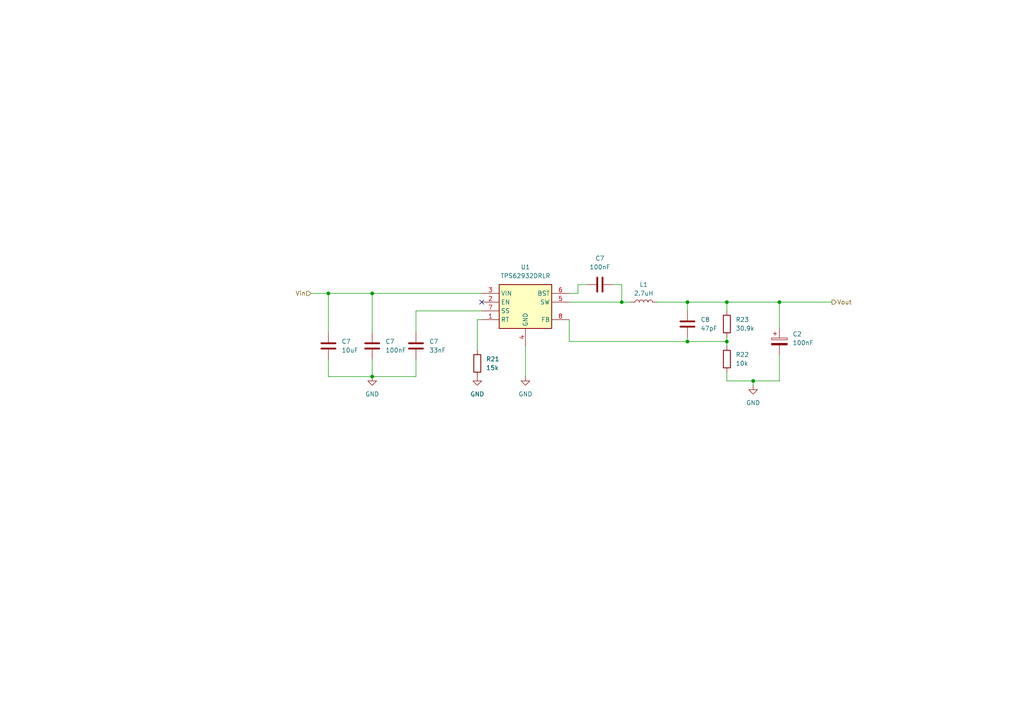
<source format=kicad_sch>
(kicad_sch (version 20230121) (generator eeschema)
  (paper "A4")
  (lib_symbols
    (symbol "Device:C" (pin_numbers hide) (pin_names (offset 0.254))
      (property "Reference" "C" (at 0.635 2.54 0))
      (property "Value" "C" (at 0.635 -2.54 0))
      (symbol "C_0_1"
        (polyline (pts (xy -2.032 -0.762) (xy 2.032 -0.762)) (stroke (width 0.508)))
        (polyline (pts (xy -2.032 0.762) (xy 2.032 0.762)) (stroke (width 0.508)))
      )
      (symbol "C_1_1"
        (pin passive line (at 0 3.81 270) (length 2.794) (name "~") (number "1"))
        (pin passive line (at 0 -3.81 90) (length 2.794) (name "~") (number "2"))
      )
    )
    (symbol "Device:C_Polarized" (pin_numbers hide) (pin_names (offset 0.254))
      (property "Reference" "C" (at 0.635 2.54 0))
      (property "Value" "C_Polarized" (at 0.635 -2.54 0))
      (symbol "C_Polarized_0_1"
        (rectangle (start -2.286 0.508) (end 2.286 1.016))
        (polyline (pts (xy -1.778 2.286) (xy -0.762 2.286)))
        (polyline (pts (xy -1.27 2.794) (xy -1.27 1.778)))
        (rectangle (start 2.286 -0.508) (end -2.286 -1.016) (fill (type outline)))
      )
      (symbol "C_Polarized_1_1"
        (pin passive line (at 0 3.81 270) (length 2.794) (name "~") (number "1"))
        (pin passive line (at 0 -3.81 90) (length 2.794) (name "~") (number "2"))
      )
    )
    (symbol "Device:L" (pin_numbers hide) (pin_names (offset 1.016) hide)
      (property "Reference" "L" (at -1.27 0 90))
      (property "Value" "L" (at 1.905 0 90))
      (symbol "L_0_1"
        (arc (start 0 -2.54) (mid 0.6323 -1.905) (end 0 -1.27))
        (arc (start 0 -1.27) (mid 0.6323 -0.635) (end 0 0))
        (arc (start 0 0) (mid 0.6323 0.635) (end 0 1.27))
        (arc (start 0 1.27) (mid 0.6323 1.905) (end 0 2.54))
      )
      (symbol "L_1_1"
        (pin passive line (at 0 3.81 270) (length 1.27) (name "1") (number "1"))
        (pin passive line (at 0 -3.81 90) (length 1.27) (name "2") (number "2"))
      )
    )
    (symbol "Device:R" (pin_numbers hide) (pin_names (offset 0))
      (property "Reference" "R" (at 2.032 0 90))
      (property "Value" "R" (at 0 0 90))
      (symbol "R_0_1"
        (rectangle (start -1.016 -2.54) (end 1.016 2.54) (stroke (width 0.254)))
      )
      (symbol "R_1_1"
        (pin passive line (at 0 3.81 270) (length 1.27) (name "~") (number "1"))
        (pin passive line (at 0 -3.81 90) (length 1.27) (name "~") (number "2"))
      )
    )
    (symbol "cryoskills_sensor_kit:TPS62932DRLR"
      (property "Reference" "U" (at 5.08 7.62 0))
      (property "Value" "TPS62932DRLR" (at 5.08 5.08 0))
      (symbol "TPS62932DRLR_1_1"
        (rectangle (start 5.08 2.54) (end 20.32 -10.16) (stroke (width 0.254)) (fill (type background)))
        (pin passive line (at 0 -7.62 0) (length 5.08) (name "RT") (number "1"))
        (pin passive line (at 0 -2.54 0) (length 5.08) (name "EN") (number "2"))
        (pin passive line (at 0 0 0) (length 5.08) (name "VIN") (number "3"))
        (pin passive line (at 12.7 -15.24 90) (length 5.08) (name "GND") (number "4"))
        (pin passive line (at 25.4 -2.54 180) (length 5.08) (name "SW") (number "5"))
        (pin passive line (at 25.4 0 180) (length 5.08) (name "BST") (number "6"))
        (pin passive line (at 0 -5.08 0) (length 5.08) (name "SS") (number "7"))
        (pin passive line (at 25.4 -7.62 180) (length 5.08) (name "FB") (number "8"))
      )
    )
    (symbol "power:GND" (power) (pin_names (offset 0))
      (property "Value" "GND" (at 0 -3.81 0))
      (symbol "GND_0_1"
        (polyline (pts (xy 0 0) (xy 0 -1.27) (xy 1.27 -1.27) (xy 0 -2.54) (xy -1.27 -1.27) (xy 0 -1.27)))
      )
      (symbol "GND_1_1"
        (pin power_in line (at 0 0 270) (length 0) hide (name "GND") (number "1"))
      )
    )
  )
  (junction (at 199.39 99.06))
  (junction (at 210.82 99.06))
  (junction (at 107.95 109.22))
  (junction (at 218.44 110.49))
  (junction (at 180.34 87.63))
  (junction (at 199.39 87.63))
  (junction (at 226.06 87.63))
  (junction (at 210.82 87.63))
  (junction (at 107.95 85.09))
  (junction (at 95.25 85.09))
  (no_connect (at 139.7 87.63))
  (wire (pts (xy 170.18 82.55) (xy 167.64 82.55)))
  (wire (pts (xy 95.25 85.09) (xy 107.95 85.09)))
  (wire (pts (xy 210.82 99.06) (xy 199.39 99.06)))
  (wire (pts (xy 226.06 102.87) (xy 226.06 110.49)))
  (wire (pts (xy 152.4 109.22) (xy 152.4 100.33)))
  (wire (pts (xy 199.39 97.79) (xy 199.39 99.06)))
  (wire (pts (xy 107.95 85.09) (xy 139.7 85.09)))
  (wire (pts (xy 120.65 90.17) (xy 139.7 90.17)))
  (wire (pts (xy 210.82 87.63) (xy 210.82 90.17)))
  (wire (pts (xy 138.43 92.71) (xy 138.43 101.6)))
  (wire (pts (xy 107.95 96.52) (xy 107.95 85.09)))
  (wire (pts (xy 210.82 110.49) (xy 210.82 107.95)))
  (wire (pts (xy 210.82 97.79) (xy 210.82 99.06)))
  (wire (pts (xy 180.34 82.55) (xy 180.34 87.63)))
  (wire (pts (xy 177.8 82.55) (xy 180.34 82.55)))
  (wire (pts (xy 199.39 87.63) (xy 199.39 90.17)))
  (wire (pts (xy 120.65 90.17) (xy 120.65 96.52)))
  (wire (pts (xy 95.25 85.09) (xy 95.25 96.52)))
  (wire (pts (xy 226.06 110.49) (xy 218.44 110.49)))
  (wire (pts (xy 226.06 87.63) (xy 241.3 87.63)))
  (wire (pts (xy 226.06 95.25) (xy 226.06 87.63)))
  (wire (pts (xy 139.7 92.71) (xy 138.43 92.71)))
  (wire (pts (xy 165.1 99.06) (xy 199.39 99.06)))
  (wire (pts (xy 90.17 85.09) (xy 95.25 85.09)))
  (wire (pts (xy 167.64 85.09) (xy 165.1 85.09)))
  (wire (pts (xy 167.64 82.55) (xy 167.64 85.09)))
  (wire (pts (xy 120.65 109.22) (xy 107.95 109.22)))
  (wire (pts (xy 199.39 87.63) (xy 190.5 87.63)))
  (wire (pts (xy 107.95 109.22) (xy 95.25 109.22)))
  (wire (pts (xy 107.95 104.14) (xy 107.95 109.22)))
  (wire (pts (xy 95.25 109.22) (xy 95.25 104.14)))
  (wire (pts (xy 218.44 110.49) (xy 210.82 110.49)))
  (wire (pts (xy 120.65 104.14) (xy 120.65 109.22)))
  (wire (pts (xy 180.34 87.63) (xy 182.88 87.63)))
  (wire (pts (xy 165.1 99.06) (xy 165.1 92.71)))
  (wire (pts (xy 210.82 99.06) (xy 210.82 100.33)))
  (wire (pts (xy 218.44 111.76) (xy 218.44 110.49)))
  (wire (pts (xy 165.1 87.63) (xy 180.34 87.63)))
  (wire (pts (xy 226.06 87.63) (xy 210.82 87.63)))
  (wire (pts (xy 210.82 87.63) (xy 199.39 87.63)))
  (hierarchical_label "Vin" (shape input) (at 90.17 85.09 180))
  (hierarchical_label "Vout" (shape output) (at 241.3 87.63 0))
  (symbol (lib_id "Device:C") (at 95.25 100.33 0) (unit 1)
    (property "Reference" "C7" (at 99.06 99.06 0) (effects (justify left)))
    (property "Value" "10uF" (at 99.06 101.6 0) (effects (justify left)))
    (property "Footprint" "Capacitor_SMD:C_0805_2012Metric" (effects hide))
    (property "Manufacturer" "TDK" (effects hide))
    (property "MftrPartNo" "C2012X5R1V106K085AC" (effects hide))
    (instances (project "cryoskills_sensor_kit" (path "" (reference "C7") (unit 1)) (path "" (reference "C5") (unit 1))))
  )
  (symbol (lib_id "Device:C") (at 199.39 93.98 0) (unit 1)
    (property "Reference" "C8" (at 203.2 92.71 0) (effects (justify left)))
    (property "Value" "47pF" (at 203.2 95.25 0) (effects (justify left)))
    (property "Footprint" "Capacitor_SMD:C_0402_1005Metric" (effects hide))
    (property "Manufacturer" "Murata" (effects hide))
    (property "MftrPartNo" "GRM1555C1E470JA01D" (effects hide))
    (instances (project "cryoskills_sensor_kit" (path "" (reference "C8") (unit 1)) (path "" (reference "C9") (unit 1))))
  )
  (symbol (lib_id "power:GND") (at 218.44 111.76 0) (unit 1)
    (property "Reference" "#PWR02" (effects hide))
    (property "Value" "GND" (at 218.44 116.84 0))
    (instances (project "cryoskills_sensor_kit" (path "" (reference "#PWR02") (unit 1)) (path "" (reference "#PWR017") (unit 1))))
  )
  (symbol (lib_id "Device:C") (at 107.95 100.33 0) (unit 1)
    (property "Reference" "C7" (at 111.76 99.06 0) (effects (justify left)))
    (property "Value" "100nF" (at 111.76 101.6 0) (effects (justify left)))
    (property "Footprint" "Capacitor_SMD:C_0603_1608Metric" (effects hide))
    (property "Manufacturer" "TDK" (effects hide))
    (property "MftrPartNo" "CGA3E2X7R1H104K080AA" (effects hide))
    (instances (project "cryoskills_sensor_kit" (path "" (reference "C7") (unit 1)) (path "" (reference "C6") (unit 1))))
  )
  (symbol (lib_id "Device:C") (at 120.65 100.33 0) (unit 1)
    (property "Reference" "C7" (at 124.46 99.06 0) (effects (justify left)))
    (property "Value" "33nF" (at 124.46 101.6 0) (effects (justify left)))
    (property "Footprint" "Capacitor_SMD:C_0402_1005Metric" (effects hide))
    (property "Manufacturer" "Murata" (effects hide))
    (property "MftrPartNo" "GRM155R71A333KA01D" (effects hide))
  )
  (symbol (lib_id "power:GND") (at 152.4 109.22 0) (unit 1)
    (property "Reference" "#PWR02" (effects hide))
    (property "Value" "GND" (at 152.4 114.3 0))
    (instances (project "cryoskills_sensor_kit" (path "" (reference "#PWR02") (unit 1)) (path "" (reference "#PWR016") (unit 1))))
  )
  (symbol (lib_id "power:GND") (at 138.43 109.22 0) (unit 1)
    (property "Reference" "#PWR02" (effects hide))
    (property "Value" "GND" (at 138.43 114.3 0))
    (instances (project "cryoskills_sensor_kit" (path "" (reference "#PWR02") (unit 1)) (path "" (reference "#PWR015") (unit 1))))
  )
  (symbol (lib_id "Device:R") (at 210.82 104.14 0) (unit 1)
    (property "Reference" "R22" (at 213.36 102.87 0) (effects (justify left)))
    (property "Value" "10k" (at 213.36 105.41 0) (effects (justify left)))
    (property "Footprint" "Capacitor_SMD:C_0603_1608Metric" (effects hide))
    (instances (project "cryoskills_sensor_kit" (path "" (reference "R22") (unit 1)) (path "" (reference "R30") (unit 1))))
  )
  (symbol (lib_id "Device:R") (at 210.82 93.98 0) (unit 1)
    (property "Reference" "R23" (at 213.36 92.71 0) (effects (justify left)))
    (property "Value" "30.9k" (at 213.36 95.25 0) (effects (justify left)))
    (property "Footprint" "Capacitor_SMD:C_0603_1608Metric" (effects hide))
    (instances (project "cryoskills_sensor_kit" (path "" (reference "R23") (unit 1)) (path "" (reference "R29") (unit 1))))
  )
  (symbol (lib_id "Device:R") (at 138.43 105.41 0) (unit 1)
    (property "Reference" "R21" (at 140.97 104.14 0) (effects (justify left)))
    (property "Value" "15k" (at 140.97 106.68 0) (effects (justify left)))
    (instances (project "cryoskills_sensor_kit" (path "" (reference "R21") (unit 1)) (path "" (reference "R28") (unit 1))))
  )
  (symbol (lib_id "cryoskills_sensor_kit:TPS62932DRLR") (at 139.7 85.09 0) (unit 1)
    (property "Reference" "U1" (at 152.4 77.47 0))
    (property "Value" "TPS62932DRLR" (at 152.4 80.01 0))
    (property "Footprint" "TPS62932DRLR" (effects hide))
    (property "Datasheet" "https://www.ti.com/lit/gpn/tps62932" (effects hide))
    (property "Height" "0.6" (effects hide))
    (property "Manufacturer_Name" "Texas Instruments" (effects hide))
    (property "Manufacturer_Part_Number" "TPS62932DRLR" (effects hide))
    (property "Mouser Part Number" "595-TPS62932DRLR" (effects hide))
    (property "Mouser Price/Stock" "https://www.mouser.co.uk/ProductDetail/Texas-Instruments/TPS62932DRLR?qs=MyNHzdoqoQL6EE0yynPHsw%3D%3D" (effects hide))
    (property "Arrow Part Number" "TPS62932DRLR" (effects hide))
    (property "Arrow Price/Stock" "https://www.arrow.com/en/products/tps62932drlr/texas-instruments?region=nac" (effects hide))
    (instances (project "cryoskills_sensor_kit" (path "" (reference "U1") (unit 1)) (path "" (reference "U3") (unit 1))))
  )
  (symbol (lib_id "Device:L") (at 186.69 87.63 90) (unit 1)
    (property "Reference" "L1" (at 186.69 82.55 90))
    (property "Value" "2.7uH" (at 186.69 85.09 90))
    (property "Footprint" "cryoskills_sensor_kit:1255AY-2R7N#" (effects hide))
    (property "Manufacturer" "Murata" (effects hide))
    (property "MftrPartNo" "1255AY-2R7N#" (effects hide))
  )
  (symbol (lib_id "Device:C") (at 173.99 82.55 90) (unit 1)
    (property "Reference" "C7" (at 173.99 74.93 90))
    (property "Value" "100nF" (at 173.99 77.47 90))
    (property "Footprint" "Capacitor_SMD:C_0402_1005Metric" (effects hide))
    (property "Manufacturer" "Murata" (effects hide))
    (property "MftrPartNo" "GRM155R71A104KA01D" (effects hide))
    (instances (project "cryoskills_sensor_kit" (path "" (reference "C7") (unit 1)) (path "" (reference "C8") (unit 1))))
  )
  (symbol (lib_id "power:GND") (at 107.95 109.22 0) (unit 1)
    (property "Reference" "#PWR02" (effects hide))
    (property "Value" "GND" (at 107.95 114.3 0))
    (instances (project "cryoskills_sensor_kit" (path "" (reference "#PWR02") (unit 1)) (path "" (reference "#PWR014") (unit 1))))
  )
  (symbol (lib_id "Device:C_Polarized") (at 226.06 99.06 0) (unit 1)
    (property "Reference" "C2" (at 229.87 96.901 0) (effects (justify left)))
    (property "Value" "100nF" (at 229.87 99.441 0) (effects (justify left)))
    (property "Footprint" "Capacitor_SMD:C_0805_2012Metric" (effects hide))
    (property "Manufacturer" "Murata" (effects hide))
    (property "MftrPartNo" "GRM21BR61A226ME44L" (effects hide))
    (instances (project "cryoskills_sensor_kit" (path "" (reference "C2") (unit 1)) (path "" (reference "C10") (unit 1))))
  )
)
</source>
